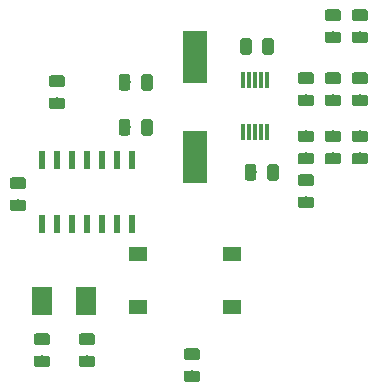
<source format=gtp>
G04 #@! TF.GenerationSoftware,KiCad,Pcbnew,(5.0.1)-rc2*
G04 #@! TF.CreationDate,2018-12-03T18:09:08-05:00*
G04 #@! TF.ProjectId,tpms_silencer,74706D735F73696C656E6365722E6B69,rev?*
G04 #@! TF.SameCoordinates,Original*
G04 #@! TF.FileFunction,Paste,Top*
G04 #@! TF.FilePolarity,Positive*
%FSLAX46Y46*%
G04 Gerber Fmt 4.6, Leading zero omitted, Abs format (unit mm)*
G04 Created by KiCad (PCBNEW (5.0.1)-rc2) date 2018-12-03 6:09:08 PM*
%MOMM*%
%LPD*%
G01*
G04 APERTURE LIST*
%ADD10R,2.000000X4.500000*%
%ADD11C,0.100000*%
%ADD12C,0.975000*%
%ADD13R,0.600000X1.500000*%
%ADD14R,0.300000X1.400000*%
%ADD15R,1.550000X1.300000*%
%ADD16R,1.700000X2.400000*%
G04 APERTURE END LIST*
D10*
G04 #@! TO.C,Y2*
X40132000Y-53340000D03*
X40132000Y-44840000D03*
G04 #@! TD*
D11*
G04 #@! TO.C,C1*
G36*
X25626142Y-56917674D02*
X25649803Y-56921184D01*
X25673007Y-56926996D01*
X25695529Y-56935054D01*
X25717153Y-56945282D01*
X25737670Y-56957579D01*
X25756883Y-56971829D01*
X25774607Y-56987893D01*
X25790671Y-57005617D01*
X25804921Y-57024830D01*
X25817218Y-57045347D01*
X25827446Y-57066971D01*
X25835504Y-57089493D01*
X25841316Y-57112697D01*
X25844826Y-57136358D01*
X25846000Y-57160250D01*
X25846000Y-57647750D01*
X25844826Y-57671642D01*
X25841316Y-57695303D01*
X25835504Y-57718507D01*
X25827446Y-57741029D01*
X25817218Y-57762653D01*
X25804921Y-57783170D01*
X25790671Y-57802383D01*
X25774607Y-57820107D01*
X25756883Y-57836171D01*
X25737670Y-57850421D01*
X25717153Y-57862718D01*
X25695529Y-57872946D01*
X25673007Y-57881004D01*
X25649803Y-57886816D01*
X25626142Y-57890326D01*
X25602250Y-57891500D01*
X24689750Y-57891500D01*
X24665858Y-57890326D01*
X24642197Y-57886816D01*
X24618993Y-57881004D01*
X24596471Y-57872946D01*
X24574847Y-57862718D01*
X24554330Y-57850421D01*
X24535117Y-57836171D01*
X24517393Y-57820107D01*
X24501329Y-57802383D01*
X24487079Y-57783170D01*
X24474782Y-57762653D01*
X24464554Y-57741029D01*
X24456496Y-57718507D01*
X24450684Y-57695303D01*
X24447174Y-57671642D01*
X24446000Y-57647750D01*
X24446000Y-57160250D01*
X24447174Y-57136358D01*
X24450684Y-57112697D01*
X24456496Y-57089493D01*
X24464554Y-57066971D01*
X24474782Y-57045347D01*
X24487079Y-57024830D01*
X24501329Y-57005617D01*
X24517393Y-56987893D01*
X24535117Y-56971829D01*
X24554330Y-56957579D01*
X24574847Y-56945282D01*
X24596471Y-56935054D01*
X24618993Y-56926996D01*
X24642197Y-56921184D01*
X24665858Y-56917674D01*
X24689750Y-56916500D01*
X25602250Y-56916500D01*
X25626142Y-56917674D01*
X25626142Y-56917674D01*
G37*
D12*
X25146000Y-57404000D03*
D11*
G36*
X25626142Y-55042674D02*
X25649803Y-55046184D01*
X25673007Y-55051996D01*
X25695529Y-55060054D01*
X25717153Y-55070282D01*
X25737670Y-55082579D01*
X25756883Y-55096829D01*
X25774607Y-55112893D01*
X25790671Y-55130617D01*
X25804921Y-55149830D01*
X25817218Y-55170347D01*
X25827446Y-55191971D01*
X25835504Y-55214493D01*
X25841316Y-55237697D01*
X25844826Y-55261358D01*
X25846000Y-55285250D01*
X25846000Y-55772750D01*
X25844826Y-55796642D01*
X25841316Y-55820303D01*
X25835504Y-55843507D01*
X25827446Y-55866029D01*
X25817218Y-55887653D01*
X25804921Y-55908170D01*
X25790671Y-55927383D01*
X25774607Y-55945107D01*
X25756883Y-55961171D01*
X25737670Y-55975421D01*
X25717153Y-55987718D01*
X25695529Y-55997946D01*
X25673007Y-56006004D01*
X25649803Y-56011816D01*
X25626142Y-56015326D01*
X25602250Y-56016500D01*
X24689750Y-56016500D01*
X24665858Y-56015326D01*
X24642197Y-56011816D01*
X24618993Y-56006004D01*
X24596471Y-55997946D01*
X24574847Y-55987718D01*
X24554330Y-55975421D01*
X24535117Y-55961171D01*
X24517393Y-55945107D01*
X24501329Y-55927383D01*
X24487079Y-55908170D01*
X24474782Y-55887653D01*
X24464554Y-55866029D01*
X24456496Y-55843507D01*
X24450684Y-55820303D01*
X24447174Y-55796642D01*
X24446000Y-55772750D01*
X24446000Y-55285250D01*
X24447174Y-55261358D01*
X24450684Y-55237697D01*
X24456496Y-55214493D01*
X24464554Y-55191971D01*
X24474782Y-55170347D01*
X24487079Y-55149830D01*
X24501329Y-55130617D01*
X24517393Y-55112893D01*
X24535117Y-55096829D01*
X24554330Y-55082579D01*
X24574847Y-55070282D01*
X24596471Y-55060054D01*
X24618993Y-55051996D01*
X24642197Y-55046184D01*
X24665858Y-55042674D01*
X24689750Y-55041500D01*
X25602250Y-55041500D01*
X25626142Y-55042674D01*
X25626142Y-55042674D01*
G37*
D12*
X25146000Y-55529000D03*
G04 #@! TD*
D11*
G04 #@! TO.C,C2*
G36*
X27658142Y-68250674D02*
X27681803Y-68254184D01*
X27705007Y-68259996D01*
X27727529Y-68268054D01*
X27749153Y-68278282D01*
X27769670Y-68290579D01*
X27788883Y-68304829D01*
X27806607Y-68320893D01*
X27822671Y-68338617D01*
X27836921Y-68357830D01*
X27849218Y-68378347D01*
X27859446Y-68399971D01*
X27867504Y-68422493D01*
X27873316Y-68445697D01*
X27876826Y-68469358D01*
X27878000Y-68493250D01*
X27878000Y-68980750D01*
X27876826Y-69004642D01*
X27873316Y-69028303D01*
X27867504Y-69051507D01*
X27859446Y-69074029D01*
X27849218Y-69095653D01*
X27836921Y-69116170D01*
X27822671Y-69135383D01*
X27806607Y-69153107D01*
X27788883Y-69169171D01*
X27769670Y-69183421D01*
X27749153Y-69195718D01*
X27727529Y-69205946D01*
X27705007Y-69214004D01*
X27681803Y-69219816D01*
X27658142Y-69223326D01*
X27634250Y-69224500D01*
X26721750Y-69224500D01*
X26697858Y-69223326D01*
X26674197Y-69219816D01*
X26650993Y-69214004D01*
X26628471Y-69205946D01*
X26606847Y-69195718D01*
X26586330Y-69183421D01*
X26567117Y-69169171D01*
X26549393Y-69153107D01*
X26533329Y-69135383D01*
X26519079Y-69116170D01*
X26506782Y-69095653D01*
X26496554Y-69074029D01*
X26488496Y-69051507D01*
X26482684Y-69028303D01*
X26479174Y-69004642D01*
X26478000Y-68980750D01*
X26478000Y-68493250D01*
X26479174Y-68469358D01*
X26482684Y-68445697D01*
X26488496Y-68422493D01*
X26496554Y-68399971D01*
X26506782Y-68378347D01*
X26519079Y-68357830D01*
X26533329Y-68338617D01*
X26549393Y-68320893D01*
X26567117Y-68304829D01*
X26586330Y-68290579D01*
X26606847Y-68278282D01*
X26628471Y-68268054D01*
X26650993Y-68259996D01*
X26674197Y-68254184D01*
X26697858Y-68250674D01*
X26721750Y-68249500D01*
X27634250Y-68249500D01*
X27658142Y-68250674D01*
X27658142Y-68250674D01*
G37*
D12*
X27178000Y-68737000D03*
D11*
G36*
X27658142Y-70125674D02*
X27681803Y-70129184D01*
X27705007Y-70134996D01*
X27727529Y-70143054D01*
X27749153Y-70153282D01*
X27769670Y-70165579D01*
X27788883Y-70179829D01*
X27806607Y-70195893D01*
X27822671Y-70213617D01*
X27836921Y-70232830D01*
X27849218Y-70253347D01*
X27859446Y-70274971D01*
X27867504Y-70297493D01*
X27873316Y-70320697D01*
X27876826Y-70344358D01*
X27878000Y-70368250D01*
X27878000Y-70855750D01*
X27876826Y-70879642D01*
X27873316Y-70903303D01*
X27867504Y-70926507D01*
X27859446Y-70949029D01*
X27849218Y-70970653D01*
X27836921Y-70991170D01*
X27822671Y-71010383D01*
X27806607Y-71028107D01*
X27788883Y-71044171D01*
X27769670Y-71058421D01*
X27749153Y-71070718D01*
X27727529Y-71080946D01*
X27705007Y-71089004D01*
X27681803Y-71094816D01*
X27658142Y-71098326D01*
X27634250Y-71099500D01*
X26721750Y-71099500D01*
X26697858Y-71098326D01*
X26674197Y-71094816D01*
X26650993Y-71089004D01*
X26628471Y-71080946D01*
X26606847Y-71070718D01*
X26586330Y-71058421D01*
X26567117Y-71044171D01*
X26549393Y-71028107D01*
X26533329Y-71010383D01*
X26519079Y-70991170D01*
X26506782Y-70970653D01*
X26496554Y-70949029D01*
X26488496Y-70926507D01*
X26482684Y-70903303D01*
X26479174Y-70879642D01*
X26478000Y-70855750D01*
X26478000Y-70368250D01*
X26479174Y-70344358D01*
X26482684Y-70320697D01*
X26488496Y-70297493D01*
X26496554Y-70274971D01*
X26506782Y-70253347D01*
X26519079Y-70232830D01*
X26533329Y-70213617D01*
X26549393Y-70195893D01*
X26567117Y-70179829D01*
X26586330Y-70165579D01*
X26606847Y-70153282D01*
X26628471Y-70143054D01*
X26650993Y-70134996D01*
X26674197Y-70129184D01*
X26697858Y-70125674D01*
X26721750Y-70124500D01*
X27634250Y-70124500D01*
X27658142Y-70125674D01*
X27658142Y-70125674D01*
G37*
D12*
X27178000Y-70612000D03*
G04 #@! TD*
D11*
G04 #@! TO.C,C3*
G36*
X31468142Y-70125674D02*
X31491803Y-70129184D01*
X31515007Y-70134996D01*
X31537529Y-70143054D01*
X31559153Y-70153282D01*
X31579670Y-70165579D01*
X31598883Y-70179829D01*
X31616607Y-70195893D01*
X31632671Y-70213617D01*
X31646921Y-70232830D01*
X31659218Y-70253347D01*
X31669446Y-70274971D01*
X31677504Y-70297493D01*
X31683316Y-70320697D01*
X31686826Y-70344358D01*
X31688000Y-70368250D01*
X31688000Y-70855750D01*
X31686826Y-70879642D01*
X31683316Y-70903303D01*
X31677504Y-70926507D01*
X31669446Y-70949029D01*
X31659218Y-70970653D01*
X31646921Y-70991170D01*
X31632671Y-71010383D01*
X31616607Y-71028107D01*
X31598883Y-71044171D01*
X31579670Y-71058421D01*
X31559153Y-71070718D01*
X31537529Y-71080946D01*
X31515007Y-71089004D01*
X31491803Y-71094816D01*
X31468142Y-71098326D01*
X31444250Y-71099500D01*
X30531750Y-71099500D01*
X30507858Y-71098326D01*
X30484197Y-71094816D01*
X30460993Y-71089004D01*
X30438471Y-71080946D01*
X30416847Y-71070718D01*
X30396330Y-71058421D01*
X30377117Y-71044171D01*
X30359393Y-71028107D01*
X30343329Y-71010383D01*
X30329079Y-70991170D01*
X30316782Y-70970653D01*
X30306554Y-70949029D01*
X30298496Y-70926507D01*
X30292684Y-70903303D01*
X30289174Y-70879642D01*
X30288000Y-70855750D01*
X30288000Y-70368250D01*
X30289174Y-70344358D01*
X30292684Y-70320697D01*
X30298496Y-70297493D01*
X30306554Y-70274971D01*
X30316782Y-70253347D01*
X30329079Y-70232830D01*
X30343329Y-70213617D01*
X30359393Y-70195893D01*
X30377117Y-70179829D01*
X30396330Y-70165579D01*
X30416847Y-70153282D01*
X30438471Y-70143054D01*
X30460993Y-70134996D01*
X30484197Y-70129184D01*
X30507858Y-70125674D01*
X30531750Y-70124500D01*
X31444250Y-70124500D01*
X31468142Y-70125674D01*
X31468142Y-70125674D01*
G37*
D12*
X30988000Y-70612000D03*
D11*
G36*
X31468142Y-68250674D02*
X31491803Y-68254184D01*
X31515007Y-68259996D01*
X31537529Y-68268054D01*
X31559153Y-68278282D01*
X31579670Y-68290579D01*
X31598883Y-68304829D01*
X31616607Y-68320893D01*
X31632671Y-68338617D01*
X31646921Y-68357830D01*
X31659218Y-68378347D01*
X31669446Y-68399971D01*
X31677504Y-68422493D01*
X31683316Y-68445697D01*
X31686826Y-68469358D01*
X31688000Y-68493250D01*
X31688000Y-68980750D01*
X31686826Y-69004642D01*
X31683316Y-69028303D01*
X31677504Y-69051507D01*
X31669446Y-69074029D01*
X31659218Y-69095653D01*
X31646921Y-69116170D01*
X31632671Y-69135383D01*
X31616607Y-69153107D01*
X31598883Y-69169171D01*
X31579670Y-69183421D01*
X31559153Y-69195718D01*
X31537529Y-69205946D01*
X31515007Y-69214004D01*
X31491803Y-69219816D01*
X31468142Y-69223326D01*
X31444250Y-69224500D01*
X30531750Y-69224500D01*
X30507858Y-69223326D01*
X30484197Y-69219816D01*
X30460993Y-69214004D01*
X30438471Y-69205946D01*
X30416847Y-69195718D01*
X30396330Y-69183421D01*
X30377117Y-69169171D01*
X30359393Y-69153107D01*
X30343329Y-69135383D01*
X30329079Y-69116170D01*
X30316782Y-69095653D01*
X30306554Y-69074029D01*
X30298496Y-69051507D01*
X30292684Y-69028303D01*
X30289174Y-69004642D01*
X30288000Y-68980750D01*
X30288000Y-68493250D01*
X30289174Y-68469358D01*
X30292684Y-68445697D01*
X30298496Y-68422493D01*
X30306554Y-68399971D01*
X30316782Y-68378347D01*
X30329079Y-68357830D01*
X30343329Y-68338617D01*
X30359393Y-68320893D01*
X30377117Y-68304829D01*
X30396330Y-68290579D01*
X30416847Y-68278282D01*
X30438471Y-68268054D01*
X30460993Y-68259996D01*
X30484197Y-68254184D01*
X30507858Y-68250674D01*
X30531750Y-68249500D01*
X31444250Y-68249500D01*
X31468142Y-68250674D01*
X31468142Y-68250674D01*
G37*
D12*
X30988000Y-68737000D03*
G04 #@! TD*
D11*
G04 #@! TO.C,C4*
G36*
X36335642Y-46291174D02*
X36359303Y-46294684D01*
X36382507Y-46300496D01*
X36405029Y-46308554D01*
X36426653Y-46318782D01*
X36447170Y-46331079D01*
X36466383Y-46345329D01*
X36484107Y-46361393D01*
X36500171Y-46379117D01*
X36514421Y-46398330D01*
X36526718Y-46418847D01*
X36536946Y-46440471D01*
X36545004Y-46462993D01*
X36550816Y-46486197D01*
X36554326Y-46509858D01*
X36555500Y-46533750D01*
X36555500Y-47446250D01*
X36554326Y-47470142D01*
X36550816Y-47493803D01*
X36545004Y-47517007D01*
X36536946Y-47539529D01*
X36526718Y-47561153D01*
X36514421Y-47581670D01*
X36500171Y-47600883D01*
X36484107Y-47618607D01*
X36466383Y-47634671D01*
X36447170Y-47648921D01*
X36426653Y-47661218D01*
X36405029Y-47671446D01*
X36382507Y-47679504D01*
X36359303Y-47685316D01*
X36335642Y-47688826D01*
X36311750Y-47690000D01*
X35824250Y-47690000D01*
X35800358Y-47688826D01*
X35776697Y-47685316D01*
X35753493Y-47679504D01*
X35730971Y-47671446D01*
X35709347Y-47661218D01*
X35688830Y-47648921D01*
X35669617Y-47634671D01*
X35651893Y-47618607D01*
X35635829Y-47600883D01*
X35621579Y-47581670D01*
X35609282Y-47561153D01*
X35599054Y-47539529D01*
X35590996Y-47517007D01*
X35585184Y-47493803D01*
X35581674Y-47470142D01*
X35580500Y-47446250D01*
X35580500Y-46533750D01*
X35581674Y-46509858D01*
X35585184Y-46486197D01*
X35590996Y-46462993D01*
X35599054Y-46440471D01*
X35609282Y-46418847D01*
X35621579Y-46398330D01*
X35635829Y-46379117D01*
X35651893Y-46361393D01*
X35669617Y-46345329D01*
X35688830Y-46331079D01*
X35709347Y-46318782D01*
X35730971Y-46308554D01*
X35753493Y-46300496D01*
X35776697Y-46294684D01*
X35800358Y-46291174D01*
X35824250Y-46290000D01*
X36311750Y-46290000D01*
X36335642Y-46291174D01*
X36335642Y-46291174D01*
G37*
D12*
X36068000Y-46990000D03*
D11*
G36*
X34460642Y-46291174D02*
X34484303Y-46294684D01*
X34507507Y-46300496D01*
X34530029Y-46308554D01*
X34551653Y-46318782D01*
X34572170Y-46331079D01*
X34591383Y-46345329D01*
X34609107Y-46361393D01*
X34625171Y-46379117D01*
X34639421Y-46398330D01*
X34651718Y-46418847D01*
X34661946Y-46440471D01*
X34670004Y-46462993D01*
X34675816Y-46486197D01*
X34679326Y-46509858D01*
X34680500Y-46533750D01*
X34680500Y-47446250D01*
X34679326Y-47470142D01*
X34675816Y-47493803D01*
X34670004Y-47517007D01*
X34661946Y-47539529D01*
X34651718Y-47561153D01*
X34639421Y-47581670D01*
X34625171Y-47600883D01*
X34609107Y-47618607D01*
X34591383Y-47634671D01*
X34572170Y-47648921D01*
X34551653Y-47661218D01*
X34530029Y-47671446D01*
X34507507Y-47679504D01*
X34484303Y-47685316D01*
X34460642Y-47688826D01*
X34436750Y-47690000D01*
X33949250Y-47690000D01*
X33925358Y-47688826D01*
X33901697Y-47685316D01*
X33878493Y-47679504D01*
X33855971Y-47671446D01*
X33834347Y-47661218D01*
X33813830Y-47648921D01*
X33794617Y-47634671D01*
X33776893Y-47618607D01*
X33760829Y-47600883D01*
X33746579Y-47581670D01*
X33734282Y-47561153D01*
X33724054Y-47539529D01*
X33715996Y-47517007D01*
X33710184Y-47493803D01*
X33706674Y-47470142D01*
X33705500Y-47446250D01*
X33705500Y-46533750D01*
X33706674Y-46509858D01*
X33710184Y-46486197D01*
X33715996Y-46462993D01*
X33724054Y-46440471D01*
X33734282Y-46418847D01*
X33746579Y-46398330D01*
X33760829Y-46379117D01*
X33776893Y-46361393D01*
X33794617Y-46345329D01*
X33813830Y-46331079D01*
X33834347Y-46318782D01*
X33855971Y-46308554D01*
X33878493Y-46300496D01*
X33901697Y-46294684D01*
X33925358Y-46291174D01*
X33949250Y-46290000D01*
X34436750Y-46290000D01*
X34460642Y-46291174D01*
X34460642Y-46291174D01*
G37*
D12*
X34193000Y-46990000D03*
G04 #@! TD*
D11*
G04 #@! TO.C,C5*
G36*
X36335642Y-50101174D02*
X36359303Y-50104684D01*
X36382507Y-50110496D01*
X36405029Y-50118554D01*
X36426653Y-50128782D01*
X36447170Y-50141079D01*
X36466383Y-50155329D01*
X36484107Y-50171393D01*
X36500171Y-50189117D01*
X36514421Y-50208330D01*
X36526718Y-50228847D01*
X36536946Y-50250471D01*
X36545004Y-50272993D01*
X36550816Y-50296197D01*
X36554326Y-50319858D01*
X36555500Y-50343750D01*
X36555500Y-51256250D01*
X36554326Y-51280142D01*
X36550816Y-51303803D01*
X36545004Y-51327007D01*
X36536946Y-51349529D01*
X36526718Y-51371153D01*
X36514421Y-51391670D01*
X36500171Y-51410883D01*
X36484107Y-51428607D01*
X36466383Y-51444671D01*
X36447170Y-51458921D01*
X36426653Y-51471218D01*
X36405029Y-51481446D01*
X36382507Y-51489504D01*
X36359303Y-51495316D01*
X36335642Y-51498826D01*
X36311750Y-51500000D01*
X35824250Y-51500000D01*
X35800358Y-51498826D01*
X35776697Y-51495316D01*
X35753493Y-51489504D01*
X35730971Y-51481446D01*
X35709347Y-51471218D01*
X35688830Y-51458921D01*
X35669617Y-51444671D01*
X35651893Y-51428607D01*
X35635829Y-51410883D01*
X35621579Y-51391670D01*
X35609282Y-51371153D01*
X35599054Y-51349529D01*
X35590996Y-51327007D01*
X35585184Y-51303803D01*
X35581674Y-51280142D01*
X35580500Y-51256250D01*
X35580500Y-50343750D01*
X35581674Y-50319858D01*
X35585184Y-50296197D01*
X35590996Y-50272993D01*
X35599054Y-50250471D01*
X35609282Y-50228847D01*
X35621579Y-50208330D01*
X35635829Y-50189117D01*
X35651893Y-50171393D01*
X35669617Y-50155329D01*
X35688830Y-50141079D01*
X35709347Y-50128782D01*
X35730971Y-50118554D01*
X35753493Y-50110496D01*
X35776697Y-50104684D01*
X35800358Y-50101174D01*
X35824250Y-50100000D01*
X36311750Y-50100000D01*
X36335642Y-50101174D01*
X36335642Y-50101174D01*
G37*
D12*
X36068000Y-50800000D03*
D11*
G36*
X34460642Y-50101174D02*
X34484303Y-50104684D01*
X34507507Y-50110496D01*
X34530029Y-50118554D01*
X34551653Y-50128782D01*
X34572170Y-50141079D01*
X34591383Y-50155329D01*
X34609107Y-50171393D01*
X34625171Y-50189117D01*
X34639421Y-50208330D01*
X34651718Y-50228847D01*
X34661946Y-50250471D01*
X34670004Y-50272993D01*
X34675816Y-50296197D01*
X34679326Y-50319858D01*
X34680500Y-50343750D01*
X34680500Y-51256250D01*
X34679326Y-51280142D01*
X34675816Y-51303803D01*
X34670004Y-51327007D01*
X34661946Y-51349529D01*
X34651718Y-51371153D01*
X34639421Y-51391670D01*
X34625171Y-51410883D01*
X34609107Y-51428607D01*
X34591383Y-51444671D01*
X34572170Y-51458921D01*
X34551653Y-51471218D01*
X34530029Y-51481446D01*
X34507507Y-51489504D01*
X34484303Y-51495316D01*
X34460642Y-51498826D01*
X34436750Y-51500000D01*
X33949250Y-51500000D01*
X33925358Y-51498826D01*
X33901697Y-51495316D01*
X33878493Y-51489504D01*
X33855971Y-51481446D01*
X33834347Y-51471218D01*
X33813830Y-51458921D01*
X33794617Y-51444671D01*
X33776893Y-51428607D01*
X33760829Y-51410883D01*
X33746579Y-51391670D01*
X33734282Y-51371153D01*
X33724054Y-51349529D01*
X33715996Y-51327007D01*
X33710184Y-51303803D01*
X33706674Y-51280142D01*
X33705500Y-51256250D01*
X33705500Y-50343750D01*
X33706674Y-50319858D01*
X33710184Y-50296197D01*
X33715996Y-50272993D01*
X33724054Y-50250471D01*
X33734282Y-50228847D01*
X33746579Y-50208330D01*
X33760829Y-50189117D01*
X33776893Y-50171393D01*
X33794617Y-50155329D01*
X33813830Y-50141079D01*
X33834347Y-50128782D01*
X33855971Y-50118554D01*
X33878493Y-50110496D01*
X33901697Y-50104684D01*
X33925358Y-50101174D01*
X33949250Y-50100000D01*
X34436750Y-50100000D01*
X34460642Y-50101174D01*
X34460642Y-50101174D01*
G37*
D12*
X34193000Y-50800000D03*
G04 #@! TD*
D11*
G04 #@! TO.C,C6*
G36*
X47003642Y-53911174D02*
X47027303Y-53914684D01*
X47050507Y-53920496D01*
X47073029Y-53928554D01*
X47094653Y-53938782D01*
X47115170Y-53951079D01*
X47134383Y-53965329D01*
X47152107Y-53981393D01*
X47168171Y-53999117D01*
X47182421Y-54018330D01*
X47194718Y-54038847D01*
X47204946Y-54060471D01*
X47213004Y-54082993D01*
X47218816Y-54106197D01*
X47222326Y-54129858D01*
X47223500Y-54153750D01*
X47223500Y-55066250D01*
X47222326Y-55090142D01*
X47218816Y-55113803D01*
X47213004Y-55137007D01*
X47204946Y-55159529D01*
X47194718Y-55181153D01*
X47182421Y-55201670D01*
X47168171Y-55220883D01*
X47152107Y-55238607D01*
X47134383Y-55254671D01*
X47115170Y-55268921D01*
X47094653Y-55281218D01*
X47073029Y-55291446D01*
X47050507Y-55299504D01*
X47027303Y-55305316D01*
X47003642Y-55308826D01*
X46979750Y-55310000D01*
X46492250Y-55310000D01*
X46468358Y-55308826D01*
X46444697Y-55305316D01*
X46421493Y-55299504D01*
X46398971Y-55291446D01*
X46377347Y-55281218D01*
X46356830Y-55268921D01*
X46337617Y-55254671D01*
X46319893Y-55238607D01*
X46303829Y-55220883D01*
X46289579Y-55201670D01*
X46277282Y-55181153D01*
X46267054Y-55159529D01*
X46258996Y-55137007D01*
X46253184Y-55113803D01*
X46249674Y-55090142D01*
X46248500Y-55066250D01*
X46248500Y-54153750D01*
X46249674Y-54129858D01*
X46253184Y-54106197D01*
X46258996Y-54082993D01*
X46267054Y-54060471D01*
X46277282Y-54038847D01*
X46289579Y-54018330D01*
X46303829Y-53999117D01*
X46319893Y-53981393D01*
X46337617Y-53965329D01*
X46356830Y-53951079D01*
X46377347Y-53938782D01*
X46398971Y-53928554D01*
X46421493Y-53920496D01*
X46444697Y-53914684D01*
X46468358Y-53911174D01*
X46492250Y-53910000D01*
X46979750Y-53910000D01*
X47003642Y-53911174D01*
X47003642Y-53911174D01*
G37*
D12*
X46736000Y-54610000D03*
D11*
G36*
X45128642Y-53911174D02*
X45152303Y-53914684D01*
X45175507Y-53920496D01*
X45198029Y-53928554D01*
X45219653Y-53938782D01*
X45240170Y-53951079D01*
X45259383Y-53965329D01*
X45277107Y-53981393D01*
X45293171Y-53999117D01*
X45307421Y-54018330D01*
X45319718Y-54038847D01*
X45329946Y-54060471D01*
X45338004Y-54082993D01*
X45343816Y-54106197D01*
X45347326Y-54129858D01*
X45348500Y-54153750D01*
X45348500Y-55066250D01*
X45347326Y-55090142D01*
X45343816Y-55113803D01*
X45338004Y-55137007D01*
X45329946Y-55159529D01*
X45319718Y-55181153D01*
X45307421Y-55201670D01*
X45293171Y-55220883D01*
X45277107Y-55238607D01*
X45259383Y-55254671D01*
X45240170Y-55268921D01*
X45219653Y-55281218D01*
X45198029Y-55291446D01*
X45175507Y-55299504D01*
X45152303Y-55305316D01*
X45128642Y-55308826D01*
X45104750Y-55310000D01*
X44617250Y-55310000D01*
X44593358Y-55308826D01*
X44569697Y-55305316D01*
X44546493Y-55299504D01*
X44523971Y-55291446D01*
X44502347Y-55281218D01*
X44481830Y-55268921D01*
X44462617Y-55254671D01*
X44444893Y-55238607D01*
X44428829Y-55220883D01*
X44414579Y-55201670D01*
X44402282Y-55181153D01*
X44392054Y-55159529D01*
X44383996Y-55137007D01*
X44378184Y-55113803D01*
X44374674Y-55090142D01*
X44373500Y-55066250D01*
X44373500Y-54153750D01*
X44374674Y-54129858D01*
X44378184Y-54106197D01*
X44383996Y-54082993D01*
X44392054Y-54060471D01*
X44402282Y-54038847D01*
X44414579Y-54018330D01*
X44428829Y-53999117D01*
X44444893Y-53981393D01*
X44462617Y-53965329D01*
X44481830Y-53951079D01*
X44502347Y-53938782D01*
X44523971Y-53928554D01*
X44546493Y-53920496D01*
X44569697Y-53914684D01*
X44593358Y-53911174D01*
X44617250Y-53910000D01*
X45104750Y-53910000D01*
X45128642Y-53911174D01*
X45128642Y-53911174D01*
G37*
D12*
X44861000Y-54610000D03*
G04 #@! TD*
D11*
G04 #@! TO.C,C7*
G36*
X50010142Y-56663674D02*
X50033803Y-56667184D01*
X50057007Y-56672996D01*
X50079529Y-56681054D01*
X50101153Y-56691282D01*
X50121670Y-56703579D01*
X50140883Y-56717829D01*
X50158607Y-56733893D01*
X50174671Y-56751617D01*
X50188921Y-56770830D01*
X50201218Y-56791347D01*
X50211446Y-56812971D01*
X50219504Y-56835493D01*
X50225316Y-56858697D01*
X50228826Y-56882358D01*
X50230000Y-56906250D01*
X50230000Y-57393750D01*
X50228826Y-57417642D01*
X50225316Y-57441303D01*
X50219504Y-57464507D01*
X50211446Y-57487029D01*
X50201218Y-57508653D01*
X50188921Y-57529170D01*
X50174671Y-57548383D01*
X50158607Y-57566107D01*
X50140883Y-57582171D01*
X50121670Y-57596421D01*
X50101153Y-57608718D01*
X50079529Y-57618946D01*
X50057007Y-57627004D01*
X50033803Y-57632816D01*
X50010142Y-57636326D01*
X49986250Y-57637500D01*
X49073750Y-57637500D01*
X49049858Y-57636326D01*
X49026197Y-57632816D01*
X49002993Y-57627004D01*
X48980471Y-57618946D01*
X48958847Y-57608718D01*
X48938330Y-57596421D01*
X48919117Y-57582171D01*
X48901393Y-57566107D01*
X48885329Y-57548383D01*
X48871079Y-57529170D01*
X48858782Y-57508653D01*
X48848554Y-57487029D01*
X48840496Y-57464507D01*
X48834684Y-57441303D01*
X48831174Y-57417642D01*
X48830000Y-57393750D01*
X48830000Y-56906250D01*
X48831174Y-56882358D01*
X48834684Y-56858697D01*
X48840496Y-56835493D01*
X48848554Y-56812971D01*
X48858782Y-56791347D01*
X48871079Y-56770830D01*
X48885329Y-56751617D01*
X48901393Y-56733893D01*
X48919117Y-56717829D01*
X48938330Y-56703579D01*
X48958847Y-56691282D01*
X48980471Y-56681054D01*
X49002993Y-56672996D01*
X49026197Y-56667184D01*
X49049858Y-56663674D01*
X49073750Y-56662500D01*
X49986250Y-56662500D01*
X50010142Y-56663674D01*
X50010142Y-56663674D01*
G37*
D12*
X49530000Y-57150000D03*
D11*
G36*
X50010142Y-54788674D02*
X50033803Y-54792184D01*
X50057007Y-54797996D01*
X50079529Y-54806054D01*
X50101153Y-54816282D01*
X50121670Y-54828579D01*
X50140883Y-54842829D01*
X50158607Y-54858893D01*
X50174671Y-54876617D01*
X50188921Y-54895830D01*
X50201218Y-54916347D01*
X50211446Y-54937971D01*
X50219504Y-54960493D01*
X50225316Y-54983697D01*
X50228826Y-55007358D01*
X50230000Y-55031250D01*
X50230000Y-55518750D01*
X50228826Y-55542642D01*
X50225316Y-55566303D01*
X50219504Y-55589507D01*
X50211446Y-55612029D01*
X50201218Y-55633653D01*
X50188921Y-55654170D01*
X50174671Y-55673383D01*
X50158607Y-55691107D01*
X50140883Y-55707171D01*
X50121670Y-55721421D01*
X50101153Y-55733718D01*
X50079529Y-55743946D01*
X50057007Y-55752004D01*
X50033803Y-55757816D01*
X50010142Y-55761326D01*
X49986250Y-55762500D01*
X49073750Y-55762500D01*
X49049858Y-55761326D01*
X49026197Y-55757816D01*
X49002993Y-55752004D01*
X48980471Y-55743946D01*
X48958847Y-55733718D01*
X48938330Y-55721421D01*
X48919117Y-55707171D01*
X48901393Y-55691107D01*
X48885329Y-55673383D01*
X48871079Y-55654170D01*
X48858782Y-55633653D01*
X48848554Y-55612029D01*
X48840496Y-55589507D01*
X48834684Y-55566303D01*
X48831174Y-55542642D01*
X48830000Y-55518750D01*
X48830000Y-55031250D01*
X48831174Y-55007358D01*
X48834684Y-54983697D01*
X48840496Y-54960493D01*
X48848554Y-54937971D01*
X48858782Y-54916347D01*
X48871079Y-54895830D01*
X48885329Y-54876617D01*
X48901393Y-54858893D01*
X48919117Y-54842829D01*
X48938330Y-54828579D01*
X48958847Y-54816282D01*
X48980471Y-54806054D01*
X49002993Y-54797996D01*
X49026197Y-54792184D01*
X49049858Y-54788674D01*
X49073750Y-54787500D01*
X49986250Y-54787500D01*
X50010142Y-54788674D01*
X50010142Y-54788674D01*
G37*
D12*
X49530000Y-55275000D03*
G04 #@! TD*
D11*
G04 #@! TO.C,C8*
G36*
X50010142Y-48027674D02*
X50033803Y-48031184D01*
X50057007Y-48036996D01*
X50079529Y-48045054D01*
X50101153Y-48055282D01*
X50121670Y-48067579D01*
X50140883Y-48081829D01*
X50158607Y-48097893D01*
X50174671Y-48115617D01*
X50188921Y-48134830D01*
X50201218Y-48155347D01*
X50211446Y-48176971D01*
X50219504Y-48199493D01*
X50225316Y-48222697D01*
X50228826Y-48246358D01*
X50230000Y-48270250D01*
X50230000Y-48757750D01*
X50228826Y-48781642D01*
X50225316Y-48805303D01*
X50219504Y-48828507D01*
X50211446Y-48851029D01*
X50201218Y-48872653D01*
X50188921Y-48893170D01*
X50174671Y-48912383D01*
X50158607Y-48930107D01*
X50140883Y-48946171D01*
X50121670Y-48960421D01*
X50101153Y-48972718D01*
X50079529Y-48982946D01*
X50057007Y-48991004D01*
X50033803Y-48996816D01*
X50010142Y-49000326D01*
X49986250Y-49001500D01*
X49073750Y-49001500D01*
X49049858Y-49000326D01*
X49026197Y-48996816D01*
X49002993Y-48991004D01*
X48980471Y-48982946D01*
X48958847Y-48972718D01*
X48938330Y-48960421D01*
X48919117Y-48946171D01*
X48901393Y-48930107D01*
X48885329Y-48912383D01*
X48871079Y-48893170D01*
X48858782Y-48872653D01*
X48848554Y-48851029D01*
X48840496Y-48828507D01*
X48834684Y-48805303D01*
X48831174Y-48781642D01*
X48830000Y-48757750D01*
X48830000Y-48270250D01*
X48831174Y-48246358D01*
X48834684Y-48222697D01*
X48840496Y-48199493D01*
X48848554Y-48176971D01*
X48858782Y-48155347D01*
X48871079Y-48134830D01*
X48885329Y-48115617D01*
X48901393Y-48097893D01*
X48919117Y-48081829D01*
X48938330Y-48067579D01*
X48958847Y-48055282D01*
X48980471Y-48045054D01*
X49002993Y-48036996D01*
X49026197Y-48031184D01*
X49049858Y-48027674D01*
X49073750Y-48026500D01*
X49986250Y-48026500D01*
X50010142Y-48027674D01*
X50010142Y-48027674D01*
G37*
D12*
X49530000Y-48514000D03*
D11*
G36*
X50010142Y-46152674D02*
X50033803Y-46156184D01*
X50057007Y-46161996D01*
X50079529Y-46170054D01*
X50101153Y-46180282D01*
X50121670Y-46192579D01*
X50140883Y-46206829D01*
X50158607Y-46222893D01*
X50174671Y-46240617D01*
X50188921Y-46259830D01*
X50201218Y-46280347D01*
X50211446Y-46301971D01*
X50219504Y-46324493D01*
X50225316Y-46347697D01*
X50228826Y-46371358D01*
X50230000Y-46395250D01*
X50230000Y-46882750D01*
X50228826Y-46906642D01*
X50225316Y-46930303D01*
X50219504Y-46953507D01*
X50211446Y-46976029D01*
X50201218Y-46997653D01*
X50188921Y-47018170D01*
X50174671Y-47037383D01*
X50158607Y-47055107D01*
X50140883Y-47071171D01*
X50121670Y-47085421D01*
X50101153Y-47097718D01*
X50079529Y-47107946D01*
X50057007Y-47116004D01*
X50033803Y-47121816D01*
X50010142Y-47125326D01*
X49986250Y-47126500D01*
X49073750Y-47126500D01*
X49049858Y-47125326D01*
X49026197Y-47121816D01*
X49002993Y-47116004D01*
X48980471Y-47107946D01*
X48958847Y-47097718D01*
X48938330Y-47085421D01*
X48919117Y-47071171D01*
X48901393Y-47055107D01*
X48885329Y-47037383D01*
X48871079Y-47018170D01*
X48858782Y-46997653D01*
X48848554Y-46976029D01*
X48840496Y-46953507D01*
X48834684Y-46930303D01*
X48831174Y-46906642D01*
X48830000Y-46882750D01*
X48830000Y-46395250D01*
X48831174Y-46371358D01*
X48834684Y-46347697D01*
X48840496Y-46324493D01*
X48848554Y-46301971D01*
X48858782Y-46280347D01*
X48871079Y-46259830D01*
X48885329Y-46240617D01*
X48901393Y-46222893D01*
X48919117Y-46206829D01*
X48938330Y-46192579D01*
X48958847Y-46180282D01*
X48980471Y-46170054D01*
X49002993Y-46161996D01*
X49026197Y-46156184D01*
X49049858Y-46152674D01*
X49073750Y-46151500D01*
X49986250Y-46151500D01*
X50010142Y-46152674D01*
X50010142Y-46152674D01*
G37*
D12*
X49530000Y-46639000D03*
G04 #@! TD*
D11*
G04 #@! TO.C,C9*
G36*
X54582142Y-52950674D02*
X54605803Y-52954184D01*
X54629007Y-52959996D01*
X54651529Y-52968054D01*
X54673153Y-52978282D01*
X54693670Y-52990579D01*
X54712883Y-53004829D01*
X54730607Y-53020893D01*
X54746671Y-53038617D01*
X54760921Y-53057830D01*
X54773218Y-53078347D01*
X54783446Y-53099971D01*
X54791504Y-53122493D01*
X54797316Y-53145697D01*
X54800826Y-53169358D01*
X54802000Y-53193250D01*
X54802000Y-53680750D01*
X54800826Y-53704642D01*
X54797316Y-53728303D01*
X54791504Y-53751507D01*
X54783446Y-53774029D01*
X54773218Y-53795653D01*
X54760921Y-53816170D01*
X54746671Y-53835383D01*
X54730607Y-53853107D01*
X54712883Y-53869171D01*
X54693670Y-53883421D01*
X54673153Y-53895718D01*
X54651529Y-53905946D01*
X54629007Y-53914004D01*
X54605803Y-53919816D01*
X54582142Y-53923326D01*
X54558250Y-53924500D01*
X53645750Y-53924500D01*
X53621858Y-53923326D01*
X53598197Y-53919816D01*
X53574993Y-53914004D01*
X53552471Y-53905946D01*
X53530847Y-53895718D01*
X53510330Y-53883421D01*
X53491117Y-53869171D01*
X53473393Y-53853107D01*
X53457329Y-53835383D01*
X53443079Y-53816170D01*
X53430782Y-53795653D01*
X53420554Y-53774029D01*
X53412496Y-53751507D01*
X53406684Y-53728303D01*
X53403174Y-53704642D01*
X53402000Y-53680750D01*
X53402000Y-53193250D01*
X53403174Y-53169358D01*
X53406684Y-53145697D01*
X53412496Y-53122493D01*
X53420554Y-53099971D01*
X53430782Y-53078347D01*
X53443079Y-53057830D01*
X53457329Y-53038617D01*
X53473393Y-53020893D01*
X53491117Y-53004829D01*
X53510330Y-52990579D01*
X53530847Y-52978282D01*
X53552471Y-52968054D01*
X53574993Y-52959996D01*
X53598197Y-52954184D01*
X53621858Y-52950674D01*
X53645750Y-52949500D01*
X54558250Y-52949500D01*
X54582142Y-52950674D01*
X54582142Y-52950674D01*
G37*
D12*
X54102000Y-53437000D03*
D11*
G36*
X54582142Y-51075674D02*
X54605803Y-51079184D01*
X54629007Y-51084996D01*
X54651529Y-51093054D01*
X54673153Y-51103282D01*
X54693670Y-51115579D01*
X54712883Y-51129829D01*
X54730607Y-51145893D01*
X54746671Y-51163617D01*
X54760921Y-51182830D01*
X54773218Y-51203347D01*
X54783446Y-51224971D01*
X54791504Y-51247493D01*
X54797316Y-51270697D01*
X54800826Y-51294358D01*
X54802000Y-51318250D01*
X54802000Y-51805750D01*
X54800826Y-51829642D01*
X54797316Y-51853303D01*
X54791504Y-51876507D01*
X54783446Y-51899029D01*
X54773218Y-51920653D01*
X54760921Y-51941170D01*
X54746671Y-51960383D01*
X54730607Y-51978107D01*
X54712883Y-51994171D01*
X54693670Y-52008421D01*
X54673153Y-52020718D01*
X54651529Y-52030946D01*
X54629007Y-52039004D01*
X54605803Y-52044816D01*
X54582142Y-52048326D01*
X54558250Y-52049500D01*
X53645750Y-52049500D01*
X53621858Y-52048326D01*
X53598197Y-52044816D01*
X53574993Y-52039004D01*
X53552471Y-52030946D01*
X53530847Y-52020718D01*
X53510330Y-52008421D01*
X53491117Y-51994171D01*
X53473393Y-51978107D01*
X53457329Y-51960383D01*
X53443079Y-51941170D01*
X53430782Y-51920653D01*
X53420554Y-51899029D01*
X53412496Y-51876507D01*
X53406684Y-51853303D01*
X53403174Y-51829642D01*
X53402000Y-51805750D01*
X53402000Y-51318250D01*
X53403174Y-51294358D01*
X53406684Y-51270697D01*
X53412496Y-51247493D01*
X53420554Y-51224971D01*
X53430782Y-51203347D01*
X53443079Y-51182830D01*
X53457329Y-51163617D01*
X53473393Y-51145893D01*
X53491117Y-51129829D01*
X53510330Y-51115579D01*
X53530847Y-51103282D01*
X53552471Y-51093054D01*
X53574993Y-51084996D01*
X53598197Y-51079184D01*
X53621858Y-51075674D01*
X53645750Y-51074500D01*
X54558250Y-51074500D01*
X54582142Y-51075674D01*
X54582142Y-51075674D01*
G37*
D12*
X54102000Y-51562000D03*
G04 #@! TD*
D11*
G04 #@! TO.C,C10*
G36*
X50010142Y-52950674D02*
X50033803Y-52954184D01*
X50057007Y-52959996D01*
X50079529Y-52968054D01*
X50101153Y-52978282D01*
X50121670Y-52990579D01*
X50140883Y-53004829D01*
X50158607Y-53020893D01*
X50174671Y-53038617D01*
X50188921Y-53057830D01*
X50201218Y-53078347D01*
X50211446Y-53099971D01*
X50219504Y-53122493D01*
X50225316Y-53145697D01*
X50228826Y-53169358D01*
X50230000Y-53193250D01*
X50230000Y-53680750D01*
X50228826Y-53704642D01*
X50225316Y-53728303D01*
X50219504Y-53751507D01*
X50211446Y-53774029D01*
X50201218Y-53795653D01*
X50188921Y-53816170D01*
X50174671Y-53835383D01*
X50158607Y-53853107D01*
X50140883Y-53869171D01*
X50121670Y-53883421D01*
X50101153Y-53895718D01*
X50079529Y-53905946D01*
X50057007Y-53914004D01*
X50033803Y-53919816D01*
X50010142Y-53923326D01*
X49986250Y-53924500D01*
X49073750Y-53924500D01*
X49049858Y-53923326D01*
X49026197Y-53919816D01*
X49002993Y-53914004D01*
X48980471Y-53905946D01*
X48958847Y-53895718D01*
X48938330Y-53883421D01*
X48919117Y-53869171D01*
X48901393Y-53853107D01*
X48885329Y-53835383D01*
X48871079Y-53816170D01*
X48858782Y-53795653D01*
X48848554Y-53774029D01*
X48840496Y-53751507D01*
X48834684Y-53728303D01*
X48831174Y-53704642D01*
X48830000Y-53680750D01*
X48830000Y-53193250D01*
X48831174Y-53169358D01*
X48834684Y-53145697D01*
X48840496Y-53122493D01*
X48848554Y-53099971D01*
X48858782Y-53078347D01*
X48871079Y-53057830D01*
X48885329Y-53038617D01*
X48901393Y-53020893D01*
X48919117Y-53004829D01*
X48938330Y-52990579D01*
X48958847Y-52978282D01*
X48980471Y-52968054D01*
X49002993Y-52959996D01*
X49026197Y-52954184D01*
X49049858Y-52950674D01*
X49073750Y-52949500D01*
X49986250Y-52949500D01*
X50010142Y-52950674D01*
X50010142Y-52950674D01*
G37*
D12*
X49530000Y-53437000D03*
D11*
G36*
X50010142Y-51075674D02*
X50033803Y-51079184D01*
X50057007Y-51084996D01*
X50079529Y-51093054D01*
X50101153Y-51103282D01*
X50121670Y-51115579D01*
X50140883Y-51129829D01*
X50158607Y-51145893D01*
X50174671Y-51163617D01*
X50188921Y-51182830D01*
X50201218Y-51203347D01*
X50211446Y-51224971D01*
X50219504Y-51247493D01*
X50225316Y-51270697D01*
X50228826Y-51294358D01*
X50230000Y-51318250D01*
X50230000Y-51805750D01*
X50228826Y-51829642D01*
X50225316Y-51853303D01*
X50219504Y-51876507D01*
X50211446Y-51899029D01*
X50201218Y-51920653D01*
X50188921Y-51941170D01*
X50174671Y-51960383D01*
X50158607Y-51978107D01*
X50140883Y-51994171D01*
X50121670Y-52008421D01*
X50101153Y-52020718D01*
X50079529Y-52030946D01*
X50057007Y-52039004D01*
X50033803Y-52044816D01*
X50010142Y-52048326D01*
X49986250Y-52049500D01*
X49073750Y-52049500D01*
X49049858Y-52048326D01*
X49026197Y-52044816D01*
X49002993Y-52039004D01*
X48980471Y-52030946D01*
X48958847Y-52020718D01*
X48938330Y-52008421D01*
X48919117Y-51994171D01*
X48901393Y-51978107D01*
X48885329Y-51960383D01*
X48871079Y-51941170D01*
X48858782Y-51920653D01*
X48848554Y-51899029D01*
X48840496Y-51876507D01*
X48834684Y-51853303D01*
X48831174Y-51829642D01*
X48830000Y-51805750D01*
X48830000Y-51318250D01*
X48831174Y-51294358D01*
X48834684Y-51270697D01*
X48840496Y-51247493D01*
X48848554Y-51224971D01*
X48858782Y-51203347D01*
X48871079Y-51182830D01*
X48885329Y-51163617D01*
X48901393Y-51145893D01*
X48919117Y-51129829D01*
X48938330Y-51115579D01*
X48958847Y-51103282D01*
X48980471Y-51093054D01*
X49002993Y-51084996D01*
X49026197Y-51079184D01*
X49049858Y-51075674D01*
X49073750Y-51074500D01*
X49986250Y-51074500D01*
X50010142Y-51075674D01*
X50010142Y-51075674D01*
G37*
D12*
X49530000Y-51562000D03*
G04 #@! TD*
D11*
G04 #@! TO.C,C11*
G36*
X54582142Y-48027674D02*
X54605803Y-48031184D01*
X54629007Y-48036996D01*
X54651529Y-48045054D01*
X54673153Y-48055282D01*
X54693670Y-48067579D01*
X54712883Y-48081829D01*
X54730607Y-48097893D01*
X54746671Y-48115617D01*
X54760921Y-48134830D01*
X54773218Y-48155347D01*
X54783446Y-48176971D01*
X54791504Y-48199493D01*
X54797316Y-48222697D01*
X54800826Y-48246358D01*
X54802000Y-48270250D01*
X54802000Y-48757750D01*
X54800826Y-48781642D01*
X54797316Y-48805303D01*
X54791504Y-48828507D01*
X54783446Y-48851029D01*
X54773218Y-48872653D01*
X54760921Y-48893170D01*
X54746671Y-48912383D01*
X54730607Y-48930107D01*
X54712883Y-48946171D01*
X54693670Y-48960421D01*
X54673153Y-48972718D01*
X54651529Y-48982946D01*
X54629007Y-48991004D01*
X54605803Y-48996816D01*
X54582142Y-49000326D01*
X54558250Y-49001500D01*
X53645750Y-49001500D01*
X53621858Y-49000326D01*
X53598197Y-48996816D01*
X53574993Y-48991004D01*
X53552471Y-48982946D01*
X53530847Y-48972718D01*
X53510330Y-48960421D01*
X53491117Y-48946171D01*
X53473393Y-48930107D01*
X53457329Y-48912383D01*
X53443079Y-48893170D01*
X53430782Y-48872653D01*
X53420554Y-48851029D01*
X53412496Y-48828507D01*
X53406684Y-48805303D01*
X53403174Y-48781642D01*
X53402000Y-48757750D01*
X53402000Y-48270250D01*
X53403174Y-48246358D01*
X53406684Y-48222697D01*
X53412496Y-48199493D01*
X53420554Y-48176971D01*
X53430782Y-48155347D01*
X53443079Y-48134830D01*
X53457329Y-48115617D01*
X53473393Y-48097893D01*
X53491117Y-48081829D01*
X53510330Y-48067579D01*
X53530847Y-48055282D01*
X53552471Y-48045054D01*
X53574993Y-48036996D01*
X53598197Y-48031184D01*
X53621858Y-48027674D01*
X53645750Y-48026500D01*
X54558250Y-48026500D01*
X54582142Y-48027674D01*
X54582142Y-48027674D01*
G37*
D12*
X54102000Y-48514000D03*
D11*
G36*
X54582142Y-46152674D02*
X54605803Y-46156184D01*
X54629007Y-46161996D01*
X54651529Y-46170054D01*
X54673153Y-46180282D01*
X54693670Y-46192579D01*
X54712883Y-46206829D01*
X54730607Y-46222893D01*
X54746671Y-46240617D01*
X54760921Y-46259830D01*
X54773218Y-46280347D01*
X54783446Y-46301971D01*
X54791504Y-46324493D01*
X54797316Y-46347697D01*
X54800826Y-46371358D01*
X54802000Y-46395250D01*
X54802000Y-46882750D01*
X54800826Y-46906642D01*
X54797316Y-46930303D01*
X54791504Y-46953507D01*
X54783446Y-46976029D01*
X54773218Y-46997653D01*
X54760921Y-47018170D01*
X54746671Y-47037383D01*
X54730607Y-47055107D01*
X54712883Y-47071171D01*
X54693670Y-47085421D01*
X54673153Y-47097718D01*
X54651529Y-47107946D01*
X54629007Y-47116004D01*
X54605803Y-47121816D01*
X54582142Y-47125326D01*
X54558250Y-47126500D01*
X53645750Y-47126500D01*
X53621858Y-47125326D01*
X53598197Y-47121816D01*
X53574993Y-47116004D01*
X53552471Y-47107946D01*
X53530847Y-47097718D01*
X53510330Y-47085421D01*
X53491117Y-47071171D01*
X53473393Y-47055107D01*
X53457329Y-47037383D01*
X53443079Y-47018170D01*
X53430782Y-46997653D01*
X53420554Y-46976029D01*
X53412496Y-46953507D01*
X53406684Y-46930303D01*
X53403174Y-46906642D01*
X53402000Y-46882750D01*
X53402000Y-46395250D01*
X53403174Y-46371358D01*
X53406684Y-46347697D01*
X53412496Y-46324493D01*
X53420554Y-46301971D01*
X53430782Y-46280347D01*
X53443079Y-46259830D01*
X53457329Y-46240617D01*
X53473393Y-46222893D01*
X53491117Y-46206829D01*
X53510330Y-46192579D01*
X53530847Y-46180282D01*
X53552471Y-46170054D01*
X53574993Y-46161996D01*
X53598197Y-46156184D01*
X53621858Y-46152674D01*
X53645750Y-46151500D01*
X54558250Y-46151500D01*
X54582142Y-46152674D01*
X54582142Y-46152674D01*
G37*
D12*
X54102000Y-46639000D03*
G04 #@! TD*
D11*
G04 #@! TO.C,C12*
G36*
X52296142Y-52950674D02*
X52319803Y-52954184D01*
X52343007Y-52959996D01*
X52365529Y-52968054D01*
X52387153Y-52978282D01*
X52407670Y-52990579D01*
X52426883Y-53004829D01*
X52444607Y-53020893D01*
X52460671Y-53038617D01*
X52474921Y-53057830D01*
X52487218Y-53078347D01*
X52497446Y-53099971D01*
X52505504Y-53122493D01*
X52511316Y-53145697D01*
X52514826Y-53169358D01*
X52516000Y-53193250D01*
X52516000Y-53680750D01*
X52514826Y-53704642D01*
X52511316Y-53728303D01*
X52505504Y-53751507D01*
X52497446Y-53774029D01*
X52487218Y-53795653D01*
X52474921Y-53816170D01*
X52460671Y-53835383D01*
X52444607Y-53853107D01*
X52426883Y-53869171D01*
X52407670Y-53883421D01*
X52387153Y-53895718D01*
X52365529Y-53905946D01*
X52343007Y-53914004D01*
X52319803Y-53919816D01*
X52296142Y-53923326D01*
X52272250Y-53924500D01*
X51359750Y-53924500D01*
X51335858Y-53923326D01*
X51312197Y-53919816D01*
X51288993Y-53914004D01*
X51266471Y-53905946D01*
X51244847Y-53895718D01*
X51224330Y-53883421D01*
X51205117Y-53869171D01*
X51187393Y-53853107D01*
X51171329Y-53835383D01*
X51157079Y-53816170D01*
X51144782Y-53795653D01*
X51134554Y-53774029D01*
X51126496Y-53751507D01*
X51120684Y-53728303D01*
X51117174Y-53704642D01*
X51116000Y-53680750D01*
X51116000Y-53193250D01*
X51117174Y-53169358D01*
X51120684Y-53145697D01*
X51126496Y-53122493D01*
X51134554Y-53099971D01*
X51144782Y-53078347D01*
X51157079Y-53057830D01*
X51171329Y-53038617D01*
X51187393Y-53020893D01*
X51205117Y-53004829D01*
X51224330Y-52990579D01*
X51244847Y-52978282D01*
X51266471Y-52968054D01*
X51288993Y-52959996D01*
X51312197Y-52954184D01*
X51335858Y-52950674D01*
X51359750Y-52949500D01*
X52272250Y-52949500D01*
X52296142Y-52950674D01*
X52296142Y-52950674D01*
G37*
D12*
X51816000Y-53437000D03*
D11*
G36*
X52296142Y-51075674D02*
X52319803Y-51079184D01*
X52343007Y-51084996D01*
X52365529Y-51093054D01*
X52387153Y-51103282D01*
X52407670Y-51115579D01*
X52426883Y-51129829D01*
X52444607Y-51145893D01*
X52460671Y-51163617D01*
X52474921Y-51182830D01*
X52487218Y-51203347D01*
X52497446Y-51224971D01*
X52505504Y-51247493D01*
X52511316Y-51270697D01*
X52514826Y-51294358D01*
X52516000Y-51318250D01*
X52516000Y-51805750D01*
X52514826Y-51829642D01*
X52511316Y-51853303D01*
X52505504Y-51876507D01*
X52497446Y-51899029D01*
X52487218Y-51920653D01*
X52474921Y-51941170D01*
X52460671Y-51960383D01*
X52444607Y-51978107D01*
X52426883Y-51994171D01*
X52407670Y-52008421D01*
X52387153Y-52020718D01*
X52365529Y-52030946D01*
X52343007Y-52039004D01*
X52319803Y-52044816D01*
X52296142Y-52048326D01*
X52272250Y-52049500D01*
X51359750Y-52049500D01*
X51335858Y-52048326D01*
X51312197Y-52044816D01*
X51288993Y-52039004D01*
X51266471Y-52030946D01*
X51244847Y-52020718D01*
X51224330Y-52008421D01*
X51205117Y-51994171D01*
X51187393Y-51978107D01*
X51171329Y-51960383D01*
X51157079Y-51941170D01*
X51144782Y-51920653D01*
X51134554Y-51899029D01*
X51126496Y-51876507D01*
X51120684Y-51853303D01*
X51117174Y-51829642D01*
X51116000Y-51805750D01*
X51116000Y-51318250D01*
X51117174Y-51294358D01*
X51120684Y-51270697D01*
X51126496Y-51247493D01*
X51134554Y-51224971D01*
X51144782Y-51203347D01*
X51157079Y-51182830D01*
X51171329Y-51163617D01*
X51187393Y-51145893D01*
X51205117Y-51129829D01*
X51224330Y-51115579D01*
X51244847Y-51103282D01*
X51266471Y-51093054D01*
X51288993Y-51084996D01*
X51312197Y-51079184D01*
X51335858Y-51075674D01*
X51359750Y-51074500D01*
X52272250Y-51074500D01*
X52296142Y-51075674D01*
X52296142Y-51075674D01*
G37*
D12*
X51816000Y-51562000D03*
G04 #@! TD*
D11*
G04 #@! TO.C,C13*
G36*
X52296142Y-42693674D02*
X52319803Y-42697184D01*
X52343007Y-42702996D01*
X52365529Y-42711054D01*
X52387153Y-42721282D01*
X52407670Y-42733579D01*
X52426883Y-42747829D01*
X52444607Y-42763893D01*
X52460671Y-42781617D01*
X52474921Y-42800830D01*
X52487218Y-42821347D01*
X52497446Y-42842971D01*
X52505504Y-42865493D01*
X52511316Y-42888697D01*
X52514826Y-42912358D01*
X52516000Y-42936250D01*
X52516000Y-43423750D01*
X52514826Y-43447642D01*
X52511316Y-43471303D01*
X52505504Y-43494507D01*
X52497446Y-43517029D01*
X52487218Y-43538653D01*
X52474921Y-43559170D01*
X52460671Y-43578383D01*
X52444607Y-43596107D01*
X52426883Y-43612171D01*
X52407670Y-43626421D01*
X52387153Y-43638718D01*
X52365529Y-43648946D01*
X52343007Y-43657004D01*
X52319803Y-43662816D01*
X52296142Y-43666326D01*
X52272250Y-43667500D01*
X51359750Y-43667500D01*
X51335858Y-43666326D01*
X51312197Y-43662816D01*
X51288993Y-43657004D01*
X51266471Y-43648946D01*
X51244847Y-43638718D01*
X51224330Y-43626421D01*
X51205117Y-43612171D01*
X51187393Y-43596107D01*
X51171329Y-43578383D01*
X51157079Y-43559170D01*
X51144782Y-43538653D01*
X51134554Y-43517029D01*
X51126496Y-43494507D01*
X51120684Y-43471303D01*
X51117174Y-43447642D01*
X51116000Y-43423750D01*
X51116000Y-42936250D01*
X51117174Y-42912358D01*
X51120684Y-42888697D01*
X51126496Y-42865493D01*
X51134554Y-42842971D01*
X51144782Y-42821347D01*
X51157079Y-42800830D01*
X51171329Y-42781617D01*
X51187393Y-42763893D01*
X51205117Y-42747829D01*
X51224330Y-42733579D01*
X51244847Y-42721282D01*
X51266471Y-42711054D01*
X51288993Y-42702996D01*
X51312197Y-42697184D01*
X51335858Y-42693674D01*
X51359750Y-42692500D01*
X52272250Y-42692500D01*
X52296142Y-42693674D01*
X52296142Y-42693674D01*
G37*
D12*
X51816000Y-43180000D03*
D11*
G36*
X52296142Y-40818674D02*
X52319803Y-40822184D01*
X52343007Y-40827996D01*
X52365529Y-40836054D01*
X52387153Y-40846282D01*
X52407670Y-40858579D01*
X52426883Y-40872829D01*
X52444607Y-40888893D01*
X52460671Y-40906617D01*
X52474921Y-40925830D01*
X52487218Y-40946347D01*
X52497446Y-40967971D01*
X52505504Y-40990493D01*
X52511316Y-41013697D01*
X52514826Y-41037358D01*
X52516000Y-41061250D01*
X52516000Y-41548750D01*
X52514826Y-41572642D01*
X52511316Y-41596303D01*
X52505504Y-41619507D01*
X52497446Y-41642029D01*
X52487218Y-41663653D01*
X52474921Y-41684170D01*
X52460671Y-41703383D01*
X52444607Y-41721107D01*
X52426883Y-41737171D01*
X52407670Y-41751421D01*
X52387153Y-41763718D01*
X52365529Y-41773946D01*
X52343007Y-41782004D01*
X52319803Y-41787816D01*
X52296142Y-41791326D01*
X52272250Y-41792500D01*
X51359750Y-41792500D01*
X51335858Y-41791326D01*
X51312197Y-41787816D01*
X51288993Y-41782004D01*
X51266471Y-41773946D01*
X51244847Y-41763718D01*
X51224330Y-41751421D01*
X51205117Y-41737171D01*
X51187393Y-41721107D01*
X51171329Y-41703383D01*
X51157079Y-41684170D01*
X51144782Y-41663653D01*
X51134554Y-41642029D01*
X51126496Y-41619507D01*
X51120684Y-41596303D01*
X51117174Y-41572642D01*
X51116000Y-41548750D01*
X51116000Y-41061250D01*
X51117174Y-41037358D01*
X51120684Y-41013697D01*
X51126496Y-40990493D01*
X51134554Y-40967971D01*
X51144782Y-40946347D01*
X51157079Y-40925830D01*
X51171329Y-40906617D01*
X51187393Y-40888893D01*
X51205117Y-40872829D01*
X51224330Y-40858579D01*
X51244847Y-40846282D01*
X51266471Y-40836054D01*
X51288993Y-40827996D01*
X51312197Y-40822184D01*
X51335858Y-40818674D01*
X51359750Y-40817500D01*
X52272250Y-40817500D01*
X52296142Y-40818674D01*
X52296142Y-40818674D01*
G37*
D12*
X51816000Y-41305000D03*
G04 #@! TD*
D11*
G04 #@! TO.C,L1*
G36*
X52296142Y-46152674D02*
X52319803Y-46156184D01*
X52343007Y-46161996D01*
X52365529Y-46170054D01*
X52387153Y-46180282D01*
X52407670Y-46192579D01*
X52426883Y-46206829D01*
X52444607Y-46222893D01*
X52460671Y-46240617D01*
X52474921Y-46259830D01*
X52487218Y-46280347D01*
X52497446Y-46301971D01*
X52505504Y-46324493D01*
X52511316Y-46347697D01*
X52514826Y-46371358D01*
X52516000Y-46395250D01*
X52516000Y-46882750D01*
X52514826Y-46906642D01*
X52511316Y-46930303D01*
X52505504Y-46953507D01*
X52497446Y-46976029D01*
X52487218Y-46997653D01*
X52474921Y-47018170D01*
X52460671Y-47037383D01*
X52444607Y-47055107D01*
X52426883Y-47071171D01*
X52407670Y-47085421D01*
X52387153Y-47097718D01*
X52365529Y-47107946D01*
X52343007Y-47116004D01*
X52319803Y-47121816D01*
X52296142Y-47125326D01*
X52272250Y-47126500D01*
X51359750Y-47126500D01*
X51335858Y-47125326D01*
X51312197Y-47121816D01*
X51288993Y-47116004D01*
X51266471Y-47107946D01*
X51244847Y-47097718D01*
X51224330Y-47085421D01*
X51205117Y-47071171D01*
X51187393Y-47055107D01*
X51171329Y-47037383D01*
X51157079Y-47018170D01*
X51144782Y-46997653D01*
X51134554Y-46976029D01*
X51126496Y-46953507D01*
X51120684Y-46930303D01*
X51117174Y-46906642D01*
X51116000Y-46882750D01*
X51116000Y-46395250D01*
X51117174Y-46371358D01*
X51120684Y-46347697D01*
X51126496Y-46324493D01*
X51134554Y-46301971D01*
X51144782Y-46280347D01*
X51157079Y-46259830D01*
X51171329Y-46240617D01*
X51187393Y-46222893D01*
X51205117Y-46206829D01*
X51224330Y-46192579D01*
X51244847Y-46180282D01*
X51266471Y-46170054D01*
X51288993Y-46161996D01*
X51312197Y-46156184D01*
X51335858Y-46152674D01*
X51359750Y-46151500D01*
X52272250Y-46151500D01*
X52296142Y-46152674D01*
X52296142Y-46152674D01*
G37*
D12*
X51816000Y-46639000D03*
D11*
G36*
X52296142Y-48027674D02*
X52319803Y-48031184D01*
X52343007Y-48036996D01*
X52365529Y-48045054D01*
X52387153Y-48055282D01*
X52407670Y-48067579D01*
X52426883Y-48081829D01*
X52444607Y-48097893D01*
X52460671Y-48115617D01*
X52474921Y-48134830D01*
X52487218Y-48155347D01*
X52497446Y-48176971D01*
X52505504Y-48199493D01*
X52511316Y-48222697D01*
X52514826Y-48246358D01*
X52516000Y-48270250D01*
X52516000Y-48757750D01*
X52514826Y-48781642D01*
X52511316Y-48805303D01*
X52505504Y-48828507D01*
X52497446Y-48851029D01*
X52487218Y-48872653D01*
X52474921Y-48893170D01*
X52460671Y-48912383D01*
X52444607Y-48930107D01*
X52426883Y-48946171D01*
X52407670Y-48960421D01*
X52387153Y-48972718D01*
X52365529Y-48982946D01*
X52343007Y-48991004D01*
X52319803Y-48996816D01*
X52296142Y-49000326D01*
X52272250Y-49001500D01*
X51359750Y-49001500D01*
X51335858Y-49000326D01*
X51312197Y-48996816D01*
X51288993Y-48991004D01*
X51266471Y-48982946D01*
X51244847Y-48972718D01*
X51224330Y-48960421D01*
X51205117Y-48946171D01*
X51187393Y-48930107D01*
X51171329Y-48912383D01*
X51157079Y-48893170D01*
X51144782Y-48872653D01*
X51134554Y-48851029D01*
X51126496Y-48828507D01*
X51120684Y-48805303D01*
X51117174Y-48781642D01*
X51116000Y-48757750D01*
X51116000Y-48270250D01*
X51117174Y-48246358D01*
X51120684Y-48222697D01*
X51126496Y-48199493D01*
X51134554Y-48176971D01*
X51144782Y-48155347D01*
X51157079Y-48134830D01*
X51171329Y-48115617D01*
X51187393Y-48097893D01*
X51205117Y-48081829D01*
X51224330Y-48067579D01*
X51244847Y-48055282D01*
X51266471Y-48045054D01*
X51288993Y-48036996D01*
X51312197Y-48031184D01*
X51335858Y-48027674D01*
X51359750Y-48026500D01*
X52272250Y-48026500D01*
X52296142Y-48027674D01*
X52296142Y-48027674D01*
G37*
D12*
X51816000Y-48514000D03*
G04 #@! TD*
D11*
G04 #@! TO.C,L2*
G36*
X54582142Y-40818674D02*
X54605803Y-40822184D01*
X54629007Y-40827996D01*
X54651529Y-40836054D01*
X54673153Y-40846282D01*
X54693670Y-40858579D01*
X54712883Y-40872829D01*
X54730607Y-40888893D01*
X54746671Y-40906617D01*
X54760921Y-40925830D01*
X54773218Y-40946347D01*
X54783446Y-40967971D01*
X54791504Y-40990493D01*
X54797316Y-41013697D01*
X54800826Y-41037358D01*
X54802000Y-41061250D01*
X54802000Y-41548750D01*
X54800826Y-41572642D01*
X54797316Y-41596303D01*
X54791504Y-41619507D01*
X54783446Y-41642029D01*
X54773218Y-41663653D01*
X54760921Y-41684170D01*
X54746671Y-41703383D01*
X54730607Y-41721107D01*
X54712883Y-41737171D01*
X54693670Y-41751421D01*
X54673153Y-41763718D01*
X54651529Y-41773946D01*
X54629007Y-41782004D01*
X54605803Y-41787816D01*
X54582142Y-41791326D01*
X54558250Y-41792500D01*
X53645750Y-41792500D01*
X53621858Y-41791326D01*
X53598197Y-41787816D01*
X53574993Y-41782004D01*
X53552471Y-41773946D01*
X53530847Y-41763718D01*
X53510330Y-41751421D01*
X53491117Y-41737171D01*
X53473393Y-41721107D01*
X53457329Y-41703383D01*
X53443079Y-41684170D01*
X53430782Y-41663653D01*
X53420554Y-41642029D01*
X53412496Y-41619507D01*
X53406684Y-41596303D01*
X53403174Y-41572642D01*
X53402000Y-41548750D01*
X53402000Y-41061250D01*
X53403174Y-41037358D01*
X53406684Y-41013697D01*
X53412496Y-40990493D01*
X53420554Y-40967971D01*
X53430782Y-40946347D01*
X53443079Y-40925830D01*
X53457329Y-40906617D01*
X53473393Y-40888893D01*
X53491117Y-40872829D01*
X53510330Y-40858579D01*
X53530847Y-40846282D01*
X53552471Y-40836054D01*
X53574993Y-40827996D01*
X53598197Y-40822184D01*
X53621858Y-40818674D01*
X53645750Y-40817500D01*
X54558250Y-40817500D01*
X54582142Y-40818674D01*
X54582142Y-40818674D01*
G37*
D12*
X54102000Y-41305000D03*
D11*
G36*
X54582142Y-42693674D02*
X54605803Y-42697184D01*
X54629007Y-42702996D01*
X54651529Y-42711054D01*
X54673153Y-42721282D01*
X54693670Y-42733579D01*
X54712883Y-42747829D01*
X54730607Y-42763893D01*
X54746671Y-42781617D01*
X54760921Y-42800830D01*
X54773218Y-42821347D01*
X54783446Y-42842971D01*
X54791504Y-42865493D01*
X54797316Y-42888697D01*
X54800826Y-42912358D01*
X54802000Y-42936250D01*
X54802000Y-43423750D01*
X54800826Y-43447642D01*
X54797316Y-43471303D01*
X54791504Y-43494507D01*
X54783446Y-43517029D01*
X54773218Y-43538653D01*
X54760921Y-43559170D01*
X54746671Y-43578383D01*
X54730607Y-43596107D01*
X54712883Y-43612171D01*
X54693670Y-43626421D01*
X54673153Y-43638718D01*
X54651529Y-43648946D01*
X54629007Y-43657004D01*
X54605803Y-43662816D01*
X54582142Y-43666326D01*
X54558250Y-43667500D01*
X53645750Y-43667500D01*
X53621858Y-43666326D01*
X53598197Y-43662816D01*
X53574993Y-43657004D01*
X53552471Y-43648946D01*
X53530847Y-43638718D01*
X53510330Y-43626421D01*
X53491117Y-43612171D01*
X53473393Y-43596107D01*
X53457329Y-43578383D01*
X53443079Y-43559170D01*
X53430782Y-43538653D01*
X53420554Y-43517029D01*
X53412496Y-43494507D01*
X53406684Y-43471303D01*
X53403174Y-43447642D01*
X53402000Y-43423750D01*
X53402000Y-42936250D01*
X53403174Y-42912358D01*
X53406684Y-42888697D01*
X53412496Y-42865493D01*
X53420554Y-42842971D01*
X53430782Y-42821347D01*
X53443079Y-42800830D01*
X53457329Y-42781617D01*
X53473393Y-42763893D01*
X53491117Y-42747829D01*
X53510330Y-42733579D01*
X53530847Y-42721282D01*
X53552471Y-42711054D01*
X53574993Y-42702996D01*
X53598197Y-42697184D01*
X53621858Y-42693674D01*
X53645750Y-42692500D01*
X54558250Y-42692500D01*
X54582142Y-42693674D01*
X54582142Y-42693674D01*
G37*
D12*
X54102000Y-43180000D03*
G04 #@! TD*
D11*
G04 #@! TO.C,R2*
G36*
X28928142Y-46406674D02*
X28951803Y-46410184D01*
X28975007Y-46415996D01*
X28997529Y-46424054D01*
X29019153Y-46434282D01*
X29039670Y-46446579D01*
X29058883Y-46460829D01*
X29076607Y-46476893D01*
X29092671Y-46494617D01*
X29106921Y-46513830D01*
X29119218Y-46534347D01*
X29129446Y-46555971D01*
X29137504Y-46578493D01*
X29143316Y-46601697D01*
X29146826Y-46625358D01*
X29148000Y-46649250D01*
X29148000Y-47136750D01*
X29146826Y-47160642D01*
X29143316Y-47184303D01*
X29137504Y-47207507D01*
X29129446Y-47230029D01*
X29119218Y-47251653D01*
X29106921Y-47272170D01*
X29092671Y-47291383D01*
X29076607Y-47309107D01*
X29058883Y-47325171D01*
X29039670Y-47339421D01*
X29019153Y-47351718D01*
X28997529Y-47361946D01*
X28975007Y-47370004D01*
X28951803Y-47375816D01*
X28928142Y-47379326D01*
X28904250Y-47380500D01*
X27991750Y-47380500D01*
X27967858Y-47379326D01*
X27944197Y-47375816D01*
X27920993Y-47370004D01*
X27898471Y-47361946D01*
X27876847Y-47351718D01*
X27856330Y-47339421D01*
X27837117Y-47325171D01*
X27819393Y-47309107D01*
X27803329Y-47291383D01*
X27789079Y-47272170D01*
X27776782Y-47251653D01*
X27766554Y-47230029D01*
X27758496Y-47207507D01*
X27752684Y-47184303D01*
X27749174Y-47160642D01*
X27748000Y-47136750D01*
X27748000Y-46649250D01*
X27749174Y-46625358D01*
X27752684Y-46601697D01*
X27758496Y-46578493D01*
X27766554Y-46555971D01*
X27776782Y-46534347D01*
X27789079Y-46513830D01*
X27803329Y-46494617D01*
X27819393Y-46476893D01*
X27837117Y-46460829D01*
X27856330Y-46446579D01*
X27876847Y-46434282D01*
X27898471Y-46424054D01*
X27920993Y-46415996D01*
X27944197Y-46410184D01*
X27967858Y-46406674D01*
X27991750Y-46405500D01*
X28904250Y-46405500D01*
X28928142Y-46406674D01*
X28928142Y-46406674D01*
G37*
D12*
X28448000Y-46893000D03*
D11*
G36*
X28928142Y-48281674D02*
X28951803Y-48285184D01*
X28975007Y-48290996D01*
X28997529Y-48299054D01*
X29019153Y-48309282D01*
X29039670Y-48321579D01*
X29058883Y-48335829D01*
X29076607Y-48351893D01*
X29092671Y-48369617D01*
X29106921Y-48388830D01*
X29119218Y-48409347D01*
X29129446Y-48430971D01*
X29137504Y-48453493D01*
X29143316Y-48476697D01*
X29146826Y-48500358D01*
X29148000Y-48524250D01*
X29148000Y-49011750D01*
X29146826Y-49035642D01*
X29143316Y-49059303D01*
X29137504Y-49082507D01*
X29129446Y-49105029D01*
X29119218Y-49126653D01*
X29106921Y-49147170D01*
X29092671Y-49166383D01*
X29076607Y-49184107D01*
X29058883Y-49200171D01*
X29039670Y-49214421D01*
X29019153Y-49226718D01*
X28997529Y-49236946D01*
X28975007Y-49245004D01*
X28951803Y-49250816D01*
X28928142Y-49254326D01*
X28904250Y-49255500D01*
X27991750Y-49255500D01*
X27967858Y-49254326D01*
X27944197Y-49250816D01*
X27920993Y-49245004D01*
X27898471Y-49236946D01*
X27876847Y-49226718D01*
X27856330Y-49214421D01*
X27837117Y-49200171D01*
X27819393Y-49184107D01*
X27803329Y-49166383D01*
X27789079Y-49147170D01*
X27776782Y-49126653D01*
X27766554Y-49105029D01*
X27758496Y-49082507D01*
X27752684Y-49059303D01*
X27749174Y-49035642D01*
X27748000Y-49011750D01*
X27748000Y-48524250D01*
X27749174Y-48500358D01*
X27752684Y-48476697D01*
X27758496Y-48453493D01*
X27766554Y-48430971D01*
X27776782Y-48409347D01*
X27789079Y-48388830D01*
X27803329Y-48369617D01*
X27819393Y-48351893D01*
X27837117Y-48335829D01*
X27856330Y-48321579D01*
X27876847Y-48309282D01*
X27898471Y-48299054D01*
X27920993Y-48290996D01*
X27944197Y-48285184D01*
X27967858Y-48281674D01*
X27991750Y-48280500D01*
X28904250Y-48280500D01*
X28928142Y-48281674D01*
X28928142Y-48281674D01*
G37*
D12*
X28448000Y-48768000D03*
G04 #@! TD*
D11*
G04 #@! TO.C,R3*
G36*
X46592642Y-43243174D02*
X46616303Y-43246684D01*
X46639507Y-43252496D01*
X46662029Y-43260554D01*
X46683653Y-43270782D01*
X46704170Y-43283079D01*
X46723383Y-43297329D01*
X46741107Y-43313393D01*
X46757171Y-43331117D01*
X46771421Y-43350330D01*
X46783718Y-43370847D01*
X46793946Y-43392471D01*
X46802004Y-43414993D01*
X46807816Y-43438197D01*
X46811326Y-43461858D01*
X46812500Y-43485750D01*
X46812500Y-44398250D01*
X46811326Y-44422142D01*
X46807816Y-44445803D01*
X46802004Y-44469007D01*
X46793946Y-44491529D01*
X46783718Y-44513153D01*
X46771421Y-44533670D01*
X46757171Y-44552883D01*
X46741107Y-44570607D01*
X46723383Y-44586671D01*
X46704170Y-44600921D01*
X46683653Y-44613218D01*
X46662029Y-44623446D01*
X46639507Y-44631504D01*
X46616303Y-44637316D01*
X46592642Y-44640826D01*
X46568750Y-44642000D01*
X46081250Y-44642000D01*
X46057358Y-44640826D01*
X46033697Y-44637316D01*
X46010493Y-44631504D01*
X45987971Y-44623446D01*
X45966347Y-44613218D01*
X45945830Y-44600921D01*
X45926617Y-44586671D01*
X45908893Y-44570607D01*
X45892829Y-44552883D01*
X45878579Y-44533670D01*
X45866282Y-44513153D01*
X45856054Y-44491529D01*
X45847996Y-44469007D01*
X45842184Y-44445803D01*
X45838674Y-44422142D01*
X45837500Y-44398250D01*
X45837500Y-43485750D01*
X45838674Y-43461858D01*
X45842184Y-43438197D01*
X45847996Y-43414993D01*
X45856054Y-43392471D01*
X45866282Y-43370847D01*
X45878579Y-43350330D01*
X45892829Y-43331117D01*
X45908893Y-43313393D01*
X45926617Y-43297329D01*
X45945830Y-43283079D01*
X45966347Y-43270782D01*
X45987971Y-43260554D01*
X46010493Y-43252496D01*
X46033697Y-43246684D01*
X46057358Y-43243174D01*
X46081250Y-43242000D01*
X46568750Y-43242000D01*
X46592642Y-43243174D01*
X46592642Y-43243174D01*
G37*
D12*
X46325000Y-43942000D03*
D11*
G36*
X44717642Y-43243174D02*
X44741303Y-43246684D01*
X44764507Y-43252496D01*
X44787029Y-43260554D01*
X44808653Y-43270782D01*
X44829170Y-43283079D01*
X44848383Y-43297329D01*
X44866107Y-43313393D01*
X44882171Y-43331117D01*
X44896421Y-43350330D01*
X44908718Y-43370847D01*
X44918946Y-43392471D01*
X44927004Y-43414993D01*
X44932816Y-43438197D01*
X44936326Y-43461858D01*
X44937500Y-43485750D01*
X44937500Y-44398250D01*
X44936326Y-44422142D01*
X44932816Y-44445803D01*
X44927004Y-44469007D01*
X44918946Y-44491529D01*
X44908718Y-44513153D01*
X44896421Y-44533670D01*
X44882171Y-44552883D01*
X44866107Y-44570607D01*
X44848383Y-44586671D01*
X44829170Y-44600921D01*
X44808653Y-44613218D01*
X44787029Y-44623446D01*
X44764507Y-44631504D01*
X44741303Y-44637316D01*
X44717642Y-44640826D01*
X44693750Y-44642000D01*
X44206250Y-44642000D01*
X44182358Y-44640826D01*
X44158697Y-44637316D01*
X44135493Y-44631504D01*
X44112971Y-44623446D01*
X44091347Y-44613218D01*
X44070830Y-44600921D01*
X44051617Y-44586671D01*
X44033893Y-44570607D01*
X44017829Y-44552883D01*
X44003579Y-44533670D01*
X43991282Y-44513153D01*
X43981054Y-44491529D01*
X43972996Y-44469007D01*
X43967184Y-44445803D01*
X43963674Y-44422142D01*
X43962500Y-44398250D01*
X43962500Y-43485750D01*
X43963674Y-43461858D01*
X43967184Y-43438197D01*
X43972996Y-43414993D01*
X43981054Y-43392471D01*
X43991282Y-43370847D01*
X44003579Y-43350330D01*
X44017829Y-43331117D01*
X44033893Y-43313393D01*
X44051617Y-43297329D01*
X44070830Y-43283079D01*
X44091347Y-43270782D01*
X44112971Y-43260554D01*
X44135493Y-43252496D01*
X44158697Y-43246684D01*
X44182358Y-43243174D01*
X44206250Y-43242000D01*
X44693750Y-43242000D01*
X44717642Y-43243174D01*
X44717642Y-43243174D01*
G37*
D12*
X44450000Y-43942000D03*
G04 #@! TD*
D13*
G04 #@! TO.C,U1*
X27178000Y-53594000D03*
X28448000Y-53594000D03*
X29718000Y-53594000D03*
X30988000Y-53594000D03*
X32258000Y-53594000D03*
X33528000Y-53594000D03*
X34798000Y-53594000D03*
X34798000Y-58994000D03*
X33528000Y-58994000D03*
X32258000Y-58994000D03*
X30988000Y-58994000D03*
X29718000Y-58994000D03*
X28448000Y-58994000D03*
X27178000Y-58994000D03*
G04 #@! TD*
D14*
G04 #@! TO.C,U2*
X44212000Y-46822000D03*
X44712000Y-46822000D03*
X45212000Y-46822000D03*
X45712000Y-46822000D03*
X46212000Y-46822000D03*
X46212000Y-51222000D03*
X45712000Y-51222000D03*
X45212000Y-51222000D03*
X44712000Y-51222000D03*
X44212000Y-51222000D03*
G04 #@! TD*
D11*
G04 #@! TO.C,R1*
G36*
X40358142Y-69516074D02*
X40381803Y-69519584D01*
X40405007Y-69525396D01*
X40427529Y-69533454D01*
X40449153Y-69543682D01*
X40469670Y-69555979D01*
X40488883Y-69570229D01*
X40506607Y-69586293D01*
X40522671Y-69604017D01*
X40536921Y-69623230D01*
X40549218Y-69643747D01*
X40559446Y-69665371D01*
X40567504Y-69687893D01*
X40573316Y-69711097D01*
X40576826Y-69734758D01*
X40578000Y-69758650D01*
X40578000Y-70246150D01*
X40576826Y-70270042D01*
X40573316Y-70293703D01*
X40567504Y-70316907D01*
X40559446Y-70339429D01*
X40549218Y-70361053D01*
X40536921Y-70381570D01*
X40522671Y-70400783D01*
X40506607Y-70418507D01*
X40488883Y-70434571D01*
X40469670Y-70448821D01*
X40449153Y-70461118D01*
X40427529Y-70471346D01*
X40405007Y-70479404D01*
X40381803Y-70485216D01*
X40358142Y-70488726D01*
X40334250Y-70489900D01*
X39421750Y-70489900D01*
X39397858Y-70488726D01*
X39374197Y-70485216D01*
X39350993Y-70479404D01*
X39328471Y-70471346D01*
X39306847Y-70461118D01*
X39286330Y-70448821D01*
X39267117Y-70434571D01*
X39249393Y-70418507D01*
X39233329Y-70400783D01*
X39219079Y-70381570D01*
X39206782Y-70361053D01*
X39196554Y-70339429D01*
X39188496Y-70316907D01*
X39182684Y-70293703D01*
X39179174Y-70270042D01*
X39178000Y-70246150D01*
X39178000Y-69758650D01*
X39179174Y-69734758D01*
X39182684Y-69711097D01*
X39188496Y-69687893D01*
X39196554Y-69665371D01*
X39206782Y-69643747D01*
X39219079Y-69623230D01*
X39233329Y-69604017D01*
X39249393Y-69586293D01*
X39267117Y-69570229D01*
X39286330Y-69555979D01*
X39306847Y-69543682D01*
X39328471Y-69533454D01*
X39350993Y-69525396D01*
X39374197Y-69519584D01*
X39397858Y-69516074D01*
X39421750Y-69514900D01*
X40334250Y-69514900D01*
X40358142Y-69516074D01*
X40358142Y-69516074D01*
G37*
D12*
X39878000Y-70002400D03*
D11*
G36*
X40358142Y-71391074D02*
X40381803Y-71394584D01*
X40405007Y-71400396D01*
X40427529Y-71408454D01*
X40449153Y-71418682D01*
X40469670Y-71430979D01*
X40488883Y-71445229D01*
X40506607Y-71461293D01*
X40522671Y-71479017D01*
X40536921Y-71498230D01*
X40549218Y-71518747D01*
X40559446Y-71540371D01*
X40567504Y-71562893D01*
X40573316Y-71586097D01*
X40576826Y-71609758D01*
X40578000Y-71633650D01*
X40578000Y-72121150D01*
X40576826Y-72145042D01*
X40573316Y-72168703D01*
X40567504Y-72191907D01*
X40559446Y-72214429D01*
X40549218Y-72236053D01*
X40536921Y-72256570D01*
X40522671Y-72275783D01*
X40506607Y-72293507D01*
X40488883Y-72309571D01*
X40469670Y-72323821D01*
X40449153Y-72336118D01*
X40427529Y-72346346D01*
X40405007Y-72354404D01*
X40381803Y-72360216D01*
X40358142Y-72363726D01*
X40334250Y-72364900D01*
X39421750Y-72364900D01*
X39397858Y-72363726D01*
X39374197Y-72360216D01*
X39350993Y-72354404D01*
X39328471Y-72346346D01*
X39306847Y-72336118D01*
X39286330Y-72323821D01*
X39267117Y-72309571D01*
X39249393Y-72293507D01*
X39233329Y-72275783D01*
X39219079Y-72256570D01*
X39206782Y-72236053D01*
X39196554Y-72214429D01*
X39188496Y-72191907D01*
X39182684Y-72168703D01*
X39179174Y-72145042D01*
X39178000Y-72121150D01*
X39178000Y-71633650D01*
X39179174Y-71609758D01*
X39182684Y-71586097D01*
X39188496Y-71562893D01*
X39196554Y-71540371D01*
X39206782Y-71518747D01*
X39219079Y-71498230D01*
X39233329Y-71479017D01*
X39249393Y-71461293D01*
X39267117Y-71445229D01*
X39286330Y-71430979D01*
X39306847Y-71418682D01*
X39328471Y-71408454D01*
X39350993Y-71400396D01*
X39374197Y-71394584D01*
X39397858Y-71391074D01*
X39421750Y-71389900D01*
X40334250Y-71389900D01*
X40358142Y-71391074D01*
X40358142Y-71391074D01*
G37*
D12*
X39878000Y-71877400D03*
G04 #@! TD*
D15*
G04 #@! TO.C,SW1*
X35306000Y-65989200D03*
X35306000Y-61489200D03*
X43266000Y-61489200D03*
X43266000Y-65989200D03*
G04 #@! TD*
D16*
G04 #@! TO.C,Y1*
X27178000Y-65532000D03*
X30878000Y-65532000D03*
G04 #@! TD*
M02*

</source>
